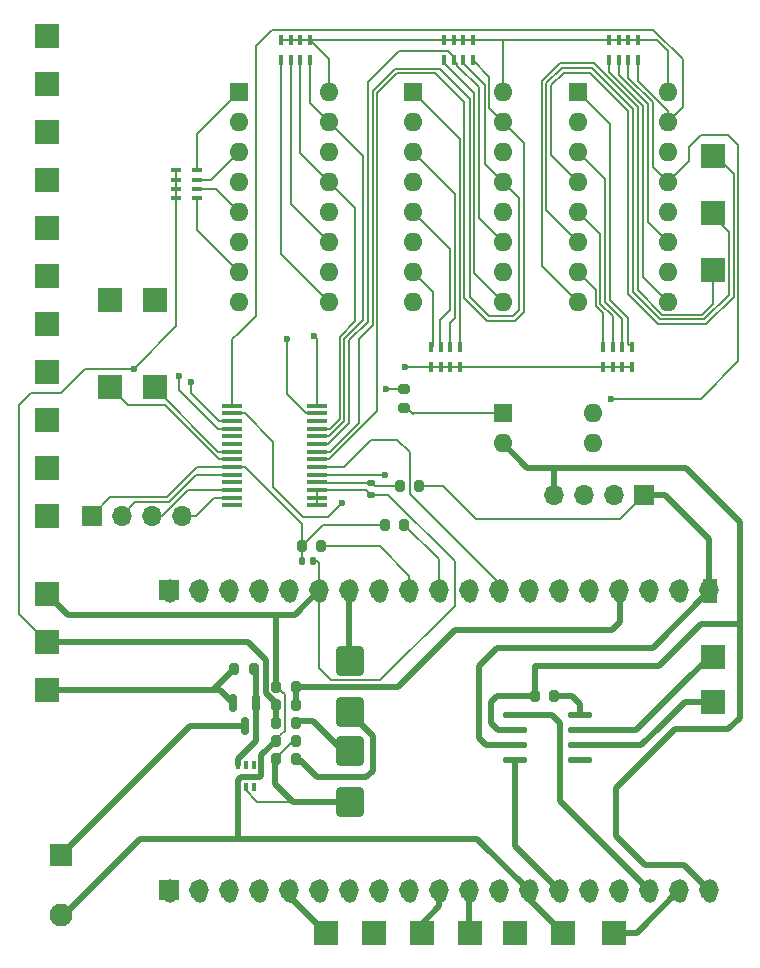
<source format=gtl>
G04 #@! TF.GenerationSoftware,KiCad,Pcbnew,8.0.9-8.0.9-0~ubuntu22.04.1*
G04 #@! TF.CreationDate,2025-03-11T20:39:27+01:00*
G04 #@! TF.ProjectId,BrakeOutBoard,4272616b-654f-4757-9442-6f6172642e6b,rev?*
G04 #@! TF.SameCoordinates,Original*
G04 #@! TF.FileFunction,Copper,L1,Top*
G04 #@! TF.FilePolarity,Positive*
%FSLAX46Y46*%
G04 Gerber Fmt 4.6, Leading zero omitted, Abs format (unit mm)*
G04 Created by KiCad (PCBNEW 8.0.9-8.0.9-0~ubuntu22.04.1) date 2025-03-11 20:39:27*
%MOMM*%
%LPD*%
G01*
G04 APERTURE LIST*
G04 Aperture macros list*
%AMRoundRect*
0 Rectangle with rounded corners*
0 $1 Rounding radius*
0 $2 $3 $4 $5 $6 $7 $8 $9 X,Y pos of 4 corners*
0 Add a 4 corners polygon primitive as box body*
4,1,4,$2,$3,$4,$5,$6,$7,$8,$9,$2,$3,0*
0 Add four circle primitives for the rounded corners*
1,1,$1+$1,$2,$3*
1,1,$1+$1,$4,$5*
1,1,$1+$1,$6,$7*
1,1,$1+$1,$8,$9*
0 Add four rect primitives between the rounded corners*
20,1,$1+$1,$2,$3,$4,$5,0*
20,1,$1+$1,$4,$5,$6,$7,0*
20,1,$1+$1,$6,$7,$8,$9,0*
20,1,$1+$1,$8,$9,$2,$3,0*%
G04 Aperture macros list end*
G04 #@! TA.AperFunction,ComponentPad*
%ADD10R,1.200000X2.000000*%
G04 #@! TD*
G04 #@! TA.AperFunction,ComponentPad*
%ADD11O,1.200000X2.000000*%
G04 #@! TD*
G04 #@! TA.AperFunction,ComponentPad*
%ADD12R,1.600000X1.600000*%
G04 #@! TD*
G04 #@! TA.AperFunction,ComponentPad*
%ADD13O,1.600000X1.600000*%
G04 #@! TD*
G04 #@! TA.AperFunction,SMDPad,CuDef*
%ADD14RoundRect,0.200000X0.200000X0.275000X-0.200000X0.275000X-0.200000X-0.275000X0.200000X-0.275000X0*%
G04 #@! TD*
G04 #@! TA.AperFunction,SMDPad,CuDef*
%ADD15RoundRect,0.150000X-0.150000X0.590000X-0.150000X-0.590000X0.150000X-0.590000X0.150000X0.590000X0*%
G04 #@! TD*
G04 #@! TA.AperFunction,ComponentPad*
%ADD16RoundRect,0.250001X0.799999X-0.799999X0.799999X0.799999X-0.799999X0.799999X-0.799999X-0.799999X0*%
G04 #@! TD*
G04 #@! TA.AperFunction,ComponentPad*
%ADD17RoundRect,0.250001X0.799999X0.799999X-0.799999X0.799999X-0.799999X-0.799999X0.799999X-0.799999X0*%
G04 #@! TD*
G04 #@! TA.AperFunction,ComponentPad*
%ADD18R,1.950000X1.950000*%
G04 #@! TD*
G04 #@! TA.AperFunction,ComponentPad*
%ADD19C,1.950000*%
G04 #@! TD*
G04 #@! TA.AperFunction,SMDPad,CuDef*
%ADD20O,0.400000X0.900000*%
G04 #@! TD*
G04 #@! TA.AperFunction,ComponentPad*
%ADD21RoundRect,0.250001X-0.799999X-0.799999X0.799999X-0.799999X0.799999X0.799999X-0.799999X0.799999X0*%
G04 #@! TD*
G04 #@! TA.AperFunction,SMDPad,CuDef*
%ADD22RoundRect,0.100000X0.100000X-0.225000X0.100000X0.225000X-0.100000X0.225000X-0.100000X-0.225000X0*%
G04 #@! TD*
G04 #@! TA.AperFunction,SMDPad,CuDef*
%ADD23RoundRect,0.200000X-0.200000X-0.275000X0.200000X-0.275000X0.200000X0.275000X-0.200000X0.275000X0*%
G04 #@! TD*
G04 #@! TA.AperFunction,ComponentPad*
%ADD24RoundRect,0.250001X-0.799999X0.799999X-0.799999X-0.799999X0.799999X-0.799999X0.799999X0.799999X0*%
G04 #@! TD*
G04 #@! TA.AperFunction,SMDPad,CuDef*
%ADD25O,0.900000X0.400000*%
G04 #@! TD*
G04 #@! TA.AperFunction,SMDPad,CuDef*
%ADD26O,2.050000X0.590000*%
G04 #@! TD*
G04 #@! TA.AperFunction,ComponentPad*
%ADD27R,1.700000X1.700000*%
G04 #@! TD*
G04 #@! TA.AperFunction,ComponentPad*
%ADD28O,1.700000X1.700000*%
G04 #@! TD*
G04 #@! TA.AperFunction,SMDPad,CuDef*
%ADD29RoundRect,0.140000X-0.140000X-0.170000X0.140000X-0.170000X0.140000X0.170000X-0.140000X0.170000X0*%
G04 #@! TD*
G04 #@! TA.AperFunction,SMDPad,CuDef*
%ADD30RoundRect,0.250000X0.900000X-1.000000X0.900000X1.000000X-0.900000X1.000000X-0.900000X-1.000000X0*%
G04 #@! TD*
G04 #@! TA.AperFunction,SMDPad,CuDef*
%ADD31RoundRect,0.200000X-0.275000X0.200000X-0.275000X-0.200000X0.275000X-0.200000X0.275000X0.200000X0*%
G04 #@! TD*
G04 #@! TA.AperFunction,SMDPad,CuDef*
%ADD32RoundRect,0.140000X0.170000X-0.140000X0.170000X0.140000X-0.170000X0.140000X-0.170000X-0.140000X0*%
G04 #@! TD*
G04 #@! TA.AperFunction,SMDPad,CuDef*
%ADD33R,1.750000X0.450000*%
G04 #@! TD*
G04 #@! TA.AperFunction,ViaPad*
%ADD34C,0.600000*%
G04 #@! TD*
G04 #@! TA.AperFunction,Conductor*
%ADD35C,0.500000*%
G04 #@! TD*
G04 #@! TA.AperFunction,Conductor*
%ADD36C,0.200000*%
G04 #@! TD*
G04 APERTURE END LIST*
D10*
X183451600Y-123853200D03*
D11*
X180911600Y-123853200D03*
X178371600Y-123853200D03*
X175831600Y-123853200D03*
X173291600Y-123853200D03*
X170751600Y-123853200D03*
X168211600Y-123853200D03*
X165671600Y-123853200D03*
X163131600Y-123853200D03*
X160591600Y-123853200D03*
X158051600Y-123853200D03*
X155511600Y-123853200D03*
X152971600Y-123853200D03*
X150431600Y-123853200D03*
X147891600Y-123853200D03*
X145351600Y-123853200D03*
X142811600Y-123853200D03*
X140271600Y-123853200D03*
X137731600Y-123853200D03*
X137734320Y-149249520D03*
X140274320Y-149249520D03*
X142811600Y-149253200D03*
X145351600Y-149253200D03*
X147891600Y-149253200D03*
X150431600Y-149253200D03*
X152971600Y-149253200D03*
X155511600Y-149253200D03*
X158051600Y-149253200D03*
X160591600Y-149253200D03*
X163131600Y-149253200D03*
X165671600Y-149253200D03*
X168211600Y-149253200D03*
X170751600Y-149253200D03*
X173291600Y-149253200D03*
X175831600Y-149253200D03*
X178371600Y-149253200D03*
X180911600Y-149253200D03*
X183451600Y-149253200D03*
D12*
X158305600Y-81603200D03*
D13*
X158305600Y-84143200D03*
X158305600Y-86683200D03*
X158305600Y-89223200D03*
X158305600Y-91763200D03*
X158305600Y-94303200D03*
X158305600Y-96843200D03*
X158305600Y-99383200D03*
X165925600Y-99383200D03*
X165925600Y-96843200D03*
X165925600Y-94303200D03*
X165925600Y-91763200D03*
X165925600Y-89223200D03*
X165925600Y-86683200D03*
X165925600Y-84143200D03*
X165925600Y-81603200D03*
D14*
X150547600Y-120043200D03*
X148907600Y-120043200D03*
D15*
X145031600Y-133403200D03*
X143131600Y-133403200D03*
X144081600Y-135283200D03*
D16*
X127317600Y-109375200D03*
D17*
X171005600Y-152809200D03*
D18*
X128562600Y-146209700D03*
D19*
X128562600Y-151289700D03*
D14*
X157601600Y-118265200D03*
X155961600Y-118265200D03*
D20*
X149599600Y-77253200D03*
X148799600Y-77253200D03*
X147999600Y-77253200D03*
X147199600Y-77253200D03*
X147199600Y-78953200D03*
X147999600Y-78953200D03*
X148799600Y-78953200D03*
X149599600Y-78953200D03*
X159899600Y-104953200D03*
X160699600Y-104953200D03*
X161499600Y-104953200D03*
X162299600Y-104953200D03*
X162299600Y-103253200D03*
X161499600Y-103253200D03*
X160699600Y-103253200D03*
X159899600Y-103253200D03*
D16*
X127317600Y-101247200D03*
D14*
X144843600Y-130457200D03*
X143203600Y-130457200D03*
D21*
X150939600Y-152809200D03*
X159067600Y-152809200D03*
D22*
X143543600Y-140485200D03*
X144193600Y-140485200D03*
X144843600Y-140485200D03*
X144843600Y-138585200D03*
X144193600Y-138585200D03*
X143543600Y-138585200D03*
D23*
X146759600Y-136553200D03*
X148399600Y-136553200D03*
D24*
X183705600Y-91849200D03*
D21*
X132651600Y-99215200D03*
D25*
X138317600Y-88255200D03*
X138317600Y-89055200D03*
X138317600Y-89855200D03*
X138317600Y-90655200D03*
X140017600Y-90655200D03*
X140017600Y-89855200D03*
X140017600Y-89055200D03*
X140017600Y-88255200D03*
D20*
X177355600Y-77253200D03*
X176555600Y-77253200D03*
X175755600Y-77253200D03*
X174955600Y-77253200D03*
X174955600Y-78953200D03*
X175755600Y-78953200D03*
X176555600Y-78953200D03*
X177355600Y-78953200D03*
D26*
X166965600Y-134389200D03*
X166965600Y-135659200D03*
X166965600Y-136939200D03*
X166965600Y-138209200D03*
X172505600Y-138209200D03*
X172505600Y-136939200D03*
X172505600Y-135659200D03*
X172505600Y-134389200D03*
D21*
X136461600Y-99215200D03*
X155003600Y-152809200D03*
D16*
X127317600Y-105311200D03*
D27*
X137691800Y-123827800D03*
D28*
X140231800Y-123827800D03*
X142771800Y-123827800D03*
X145311800Y-123827800D03*
X147851800Y-123827800D03*
X150391800Y-123827800D03*
X152931800Y-123827800D03*
X155471800Y-123827800D03*
X158011800Y-123827800D03*
X160551800Y-123827800D03*
X163091800Y-123827800D03*
X165631800Y-123827800D03*
X168171800Y-123827800D03*
X170711800Y-123827800D03*
X173251800Y-123827800D03*
X175791800Y-123827800D03*
X178331800Y-123827800D03*
X180871800Y-123827800D03*
X183411800Y-123827800D03*
D16*
X127317600Y-132235200D03*
X127317600Y-124107200D03*
X127317600Y-84991200D03*
D29*
X148907600Y-121313200D03*
X149907600Y-121313200D03*
D27*
X177863600Y-115725200D03*
D28*
X175323600Y-115725200D03*
X172783600Y-115725200D03*
X170243600Y-115725200D03*
D30*
X152971600Y-141751200D03*
X152971600Y-137451200D03*
D24*
X183705600Y-87023200D03*
D14*
X170301600Y-132743200D03*
X168661600Y-132743200D03*
D23*
X146759600Y-133505200D03*
X148399600Y-133505200D03*
D12*
X172273100Y-81603200D03*
D13*
X172273100Y-84143200D03*
X172273100Y-86683200D03*
X172273100Y-89223200D03*
X172273100Y-91763200D03*
X172273100Y-94303200D03*
X172273100Y-96843200D03*
X172273100Y-99383200D03*
X179893100Y-99383200D03*
X179893100Y-96843200D03*
X179893100Y-94303200D03*
X179893100Y-91763200D03*
X179893100Y-89223200D03*
X179893100Y-86683200D03*
X179893100Y-84143200D03*
X179893100Y-81603200D03*
D24*
X183705600Y-133251200D03*
D12*
X143573600Y-81603200D03*
D13*
X143573600Y-84143200D03*
X143573600Y-86683200D03*
X143573600Y-89223200D03*
X143573600Y-91763200D03*
X143573600Y-94303200D03*
X143573600Y-96843200D03*
X143573600Y-99383200D03*
X151193600Y-99383200D03*
X151193600Y-96843200D03*
X151193600Y-94303200D03*
X151193600Y-91763200D03*
X151193600Y-89223200D03*
X151193600Y-86683200D03*
X151193600Y-84143200D03*
X151193600Y-81603200D03*
D21*
X132651600Y-106581200D03*
D16*
X127317600Y-89055200D03*
D21*
X163131600Y-152809200D03*
D27*
X131127600Y-117503200D03*
D28*
X133667600Y-117503200D03*
X136207600Y-117503200D03*
X138747600Y-117503200D03*
D23*
X146759600Y-138077200D03*
X148399600Y-138077200D03*
D16*
X127317600Y-128171200D03*
D24*
X183705600Y-129441200D03*
D23*
X146759600Y-135029200D03*
X148399600Y-135029200D03*
D31*
X157543600Y-106777200D03*
X157543600Y-108417200D03*
D16*
X127317600Y-80927200D03*
D12*
X165935600Y-108862200D03*
D13*
X165935600Y-111402200D03*
X173555600Y-111402200D03*
X173555600Y-108862200D03*
D16*
X127317600Y-97183200D03*
X127317600Y-117503200D03*
D32*
X154749600Y-115725200D03*
X154749600Y-114725200D03*
D30*
X152971600Y-134131200D03*
X152971600Y-129831200D03*
D27*
X137691800Y-149227800D03*
D28*
X140231800Y-149227800D03*
X142771800Y-149227800D03*
X145311800Y-149227800D03*
X147851800Y-149227800D03*
X150391800Y-149227800D03*
X152931800Y-149227800D03*
X155471800Y-149227800D03*
X158011800Y-149227800D03*
X160551800Y-149227800D03*
X163091800Y-149227800D03*
X165631800Y-149227800D03*
X168171800Y-149227800D03*
X170711800Y-149227800D03*
X173251800Y-149227800D03*
X175791800Y-149227800D03*
X178331800Y-149227800D03*
X180871800Y-149227800D03*
X183411800Y-149227800D03*
D17*
X166941600Y-152809200D03*
D14*
X158871600Y-114963200D03*
X157231600Y-114963200D03*
D16*
X127317600Y-113439200D03*
D33*
X143021600Y-108198200D03*
X143021600Y-108848200D03*
X143021600Y-109498200D03*
X143021600Y-110148200D03*
X143021600Y-110798200D03*
X143021600Y-111448200D03*
X143021600Y-112098200D03*
X143021600Y-112748200D03*
X143021600Y-113398200D03*
X143021600Y-114048200D03*
X143021600Y-114698200D03*
X143021600Y-115348200D03*
X143021600Y-115998200D03*
X143021600Y-116648200D03*
X150221600Y-116648200D03*
X150221600Y-115998200D03*
X150221600Y-115348200D03*
X150221600Y-114698200D03*
X150221600Y-114048200D03*
X150221600Y-113398200D03*
X150221600Y-112748200D03*
X150221600Y-112098200D03*
X150221600Y-111448200D03*
X150221600Y-110798200D03*
X150221600Y-110148200D03*
X150221600Y-109498200D03*
X150221600Y-108848200D03*
X150221600Y-108198200D03*
D16*
X127317600Y-93119200D03*
D21*
X175323600Y-152809200D03*
D20*
X163385600Y-77253200D03*
X162585600Y-77253200D03*
X161785600Y-77253200D03*
X160985600Y-77253200D03*
X160985600Y-78953200D03*
X161785600Y-78953200D03*
X162585600Y-78953200D03*
X163385600Y-78953200D03*
D24*
X183705600Y-96675200D03*
D21*
X136461600Y-106581200D03*
D20*
X174447600Y-104953200D03*
X175247600Y-104953200D03*
X176047600Y-104953200D03*
X176847600Y-104953200D03*
X176847600Y-103253200D03*
X176047600Y-103253200D03*
X175247600Y-103253200D03*
X174447600Y-103253200D03*
D24*
X127317600Y-76863200D03*
D14*
X148399600Y-131981200D03*
X146759600Y-131981200D03*
D34*
X134683600Y-105057200D03*
X157647600Y-104953200D03*
X156011600Y-114103200D03*
X152337335Y-116428935D03*
X175069600Y-107597200D03*
X138511600Y-105657200D03*
X139511600Y-106203200D03*
X156019600Y-106777200D03*
X147637600Y-102517200D03*
X149923600Y-102263200D03*
D35*
X154938000Y-136172000D02*
X152972000Y-134206000D01*
X148852000Y-138289000D02*
X149310000Y-138746000D01*
X154380000Y-139661000D02*
X154938000Y-139102000D01*
X148395000Y-137832000D02*
X148852000Y-138289000D01*
D36*
X148852000Y-138289000D02*
X148611000Y-138289000D01*
D35*
X150224000Y-139661000D02*
X154380000Y-139661000D01*
D36*
X149069000Y-138746000D02*
X148734000Y-138412000D01*
D35*
X154938000Y-139102000D02*
X154938000Y-136172000D01*
X149310000Y-138746000D02*
X150224000Y-139661000D01*
D36*
X149310000Y-138746000D02*
X149069000Y-138746000D01*
D35*
X152331000Y-137359000D02*
X149909000Y-134937000D01*
X149909000Y-134937000D02*
X148492000Y-134937000D01*
D36*
X154749600Y-115725200D02*
X156249248Y-115725200D01*
D35*
X180511600Y-135603200D02*
X185011600Y-135603200D01*
D36*
X133667600Y-117503200D02*
X134817600Y-116353200D01*
D35*
X167972600Y-113439200D02*
X170243600Y-113439200D01*
X164910000Y-135029000D02*
X165540000Y-135659000D01*
D36*
X154372600Y-115348200D02*
X154749600Y-115725200D01*
X150391800Y-123827800D02*
X150391800Y-130417400D01*
X150221600Y-115348200D02*
X150221600Y-115998200D01*
D35*
X146760000Y-126000600D02*
X146760000Y-130610000D01*
X181419600Y-113439200D02*
X185992000Y-118011600D01*
X185992000Y-126647200D02*
X185992000Y-127155200D01*
X165418000Y-132743000D02*
X164910000Y-133251000D01*
D36*
X140000914Y-114048200D02*
X143021600Y-114048200D01*
D35*
X175511600Y-140603200D02*
X180511600Y-135603200D01*
D36*
X147253000Y-132414000D02*
X147102000Y-132264000D01*
X146760000Y-136427000D02*
X147115000Y-136072000D01*
D35*
X181287200Y-147103200D02*
X178011600Y-147103200D01*
X185992000Y-134622800D02*
X185992000Y-127155200D01*
X168662000Y-132742800D02*
X168662000Y-130203200D01*
D36*
X147115000Y-136072000D02*
X147478000Y-135710000D01*
X149907600Y-121313200D02*
X150221600Y-121313200D01*
D35*
X163803000Y-144859000D02*
X168171800Y-149227800D01*
X143573600Y-144859000D02*
X163803000Y-144859000D01*
D36*
X150221600Y-115348200D02*
X154372600Y-115348200D01*
D35*
X129096000Y-125885000D02*
X148334600Y-125885000D01*
D36*
X147102000Y-132264000D02*
X147042000Y-132264000D01*
D35*
X145494000Y-137819000D02*
X145494000Y-139459000D01*
D36*
X151405600Y-131431200D02*
X155553600Y-131431200D01*
X150391800Y-130417400D02*
X151405600Y-131431200D01*
X150391800Y-121483400D02*
X150391800Y-123827800D01*
X146760000Y-130610000D02*
X146760000Y-131296000D01*
D35*
X148334600Y-125885000D02*
X150391800Y-123827800D01*
X164910000Y-133251000D02*
X164910000Y-135029000D01*
D36*
X150221600Y-121313200D02*
X150391800Y-121483400D01*
D35*
X128563000Y-151544000D02*
X131829000Y-148278000D01*
D36*
X147115000Y-136072000D02*
X146760000Y-136428000D01*
D35*
X183411800Y-149761200D02*
X183411800Y-149227800D01*
D36*
X147102000Y-132264000D02*
X146727000Y-131889000D01*
D35*
X143544000Y-144829400D02*
X143573600Y-144859000D01*
X175511600Y-144603200D02*
X175511600Y-140603200D01*
X168171800Y-149227800D02*
X168171800Y-149974800D01*
X185991800Y-126647000D02*
X185992000Y-126647200D01*
D36*
X161861600Y-121337552D02*
X161861600Y-122329200D01*
X150221600Y-115998200D02*
X150221600Y-116648200D01*
D35*
X165418000Y-132743000D02*
X168661800Y-132743000D01*
X170243600Y-113439200D02*
X181419600Y-113439200D01*
X168171800Y-149974800D02*
X171005900Y-152808900D01*
X165540000Y-135659000D02*
X166965000Y-135659000D01*
D36*
X150391800Y-123827800D02*
X149914200Y-123827800D01*
D35*
X183411800Y-149227800D02*
X181287200Y-147103200D01*
D36*
X134817600Y-116353200D02*
X137695914Y-116353200D01*
D35*
X146759800Y-136553200D02*
X145494000Y-137819000D01*
X185992000Y-127155200D02*
X185992000Y-127917000D01*
X127318000Y-124107000D02*
X129096000Y-125885000D01*
X145494000Y-139459000D02*
X145352000Y-139601000D01*
X146760000Y-130610000D02*
X146760000Y-131296000D01*
X168661000Y-132743000D02*
X165418000Y-132743000D01*
X145352000Y-139601000D02*
X143822000Y-139601000D01*
D36*
X137695914Y-116353200D02*
X140000914Y-114048200D01*
X131574000Y-148278000D02*
X131829000Y-148278000D01*
D35*
X185992000Y-127917000D02*
X185992000Y-118011600D01*
X185011600Y-135603200D02*
X185992000Y-134622800D01*
D36*
X147478000Y-135710000D02*
X147478000Y-132639000D01*
D35*
X146875600Y-125885000D02*
X146760000Y-126000600D01*
X183412000Y-149228000D02*
X183412000Y-149202800D01*
D36*
X128563000Y-151290000D02*
X131574000Y-148278000D01*
D35*
X143544000Y-139880000D02*
X143544000Y-144829400D01*
X131829000Y-148278000D02*
X135247000Y-144859000D01*
X178011600Y-147103200D02*
X175511600Y-144603200D01*
D36*
X155553600Y-131431200D02*
X161861600Y-125123200D01*
D35*
X146760000Y-131296000D02*
X146760000Y-131981000D01*
X165935600Y-111402200D02*
X167972600Y-113439200D01*
D36*
X161861600Y-125123200D02*
X161861600Y-122329200D01*
D35*
X168172000Y-149228000D02*
X168171800Y-149227800D01*
X170243600Y-115725200D02*
X170243600Y-113439200D01*
X168662000Y-130203200D02*
X179133800Y-130203200D01*
X143822000Y-139601000D02*
X143544000Y-139880000D01*
D36*
X156249248Y-115725200D02*
X161861600Y-121337552D01*
D35*
X182690000Y-126647000D02*
X185991800Y-126647000D01*
X179133800Y-130203200D02*
X182690000Y-126647000D01*
X135247000Y-144859000D02*
X143573600Y-144859000D01*
D36*
X147478000Y-132639000D02*
X147253000Y-132414000D01*
X148045000Y-136782000D02*
X148132000Y-136695000D01*
D35*
X148182200Y-141751200D02*
X152971600Y-141751200D01*
D36*
X144194000Y-140741000D02*
X144194000Y-140742000D01*
X148045000Y-136782000D02*
X148171000Y-136782000D01*
D35*
X146702000Y-139052000D02*
X146702000Y-138442000D01*
D36*
X146702000Y-139052000D02*
X146760000Y-138994000D01*
D35*
X146702000Y-140271000D02*
X146702000Y-139052000D01*
D36*
X146760000Y-138994000D02*
X146760000Y-138447000D01*
X145072901Y-141657899D02*
X145074000Y-141659000D01*
X145072901Y-141657899D02*
X145166202Y-141751200D01*
D35*
X146702000Y-138442000D02*
X146702000Y-137832000D01*
D36*
X145166202Y-141751200D02*
X148182200Y-141751200D01*
X144194000Y-140741000D02*
X144194000Y-140705000D01*
X144194000Y-140778000D02*
X145072901Y-141657899D01*
D35*
X146702000Y-140271000D02*
X148182200Y-141751200D01*
D36*
X144194000Y-140742000D02*
X144194000Y-140778000D01*
X148045000Y-136782000D02*
X146760000Y-138067000D01*
D35*
X170752000Y-135029000D02*
X170752000Y-141648000D01*
X170112000Y-134389000D02*
X170752000Y-135029000D01*
X170752000Y-141648000D02*
X178331800Y-149227800D01*
X178331800Y-149227800D02*
X178331800Y-149761200D01*
X166966000Y-134389000D02*
X170112000Y-134389000D01*
X166966000Y-139783000D02*
X166966000Y-145482000D01*
X166966000Y-138209000D02*
X166966000Y-139783000D01*
X166966000Y-145482000D02*
X170711800Y-149227800D01*
D36*
X145032000Y-132585000D02*
X145032000Y-132994000D01*
D35*
X145068000Y-130681600D02*
X144843600Y-130457200D01*
X143544000Y-138358000D02*
X143544000Y-138128781D01*
X143544000Y-138528000D02*
X143544000Y-138472000D01*
X144871200Y-130457200D02*
X144962000Y-130548000D01*
X145068000Y-132548000D02*
X145068000Y-130681600D01*
X143544000Y-138557000D02*
X143544000Y-138529000D01*
X145068000Y-136604781D02*
X145068000Y-132548000D01*
D36*
X145068000Y-132548000D02*
X145032000Y-132585000D01*
D35*
X144843600Y-130457200D02*
X144871200Y-130457200D01*
X143544000Y-138128781D02*
X145068000Y-136604781D01*
X143544000Y-138529000D02*
X143544000Y-138528000D01*
D36*
X143544000Y-138358000D02*
X143544000Y-138472000D01*
D35*
X143544000Y-138585000D02*
X143544000Y-138557000D01*
X143544000Y-138472000D02*
X143544000Y-138358000D01*
D36*
X160011600Y-98549200D02*
X158305600Y-96843200D01*
X160011600Y-103141200D02*
X160011600Y-98549200D01*
X159899600Y-103253200D02*
X160011600Y-103141200D01*
X162299600Y-85597200D02*
X162299600Y-103253200D01*
X158305600Y-81603200D02*
X162299600Y-85597200D01*
X161499600Y-101196886D02*
X161899600Y-100796886D01*
X161499600Y-103253200D02*
X161499600Y-101196886D01*
X161899600Y-100796886D02*
X161899600Y-90277200D01*
X161899600Y-90277200D02*
X158305600Y-86683200D01*
X160658600Y-103212200D02*
X160658600Y-100921572D01*
X160658600Y-100921572D02*
X161499600Y-100080572D01*
X161499600Y-100080572D02*
X161499600Y-94957200D01*
X161499600Y-94957200D02*
X158305600Y-91763200D01*
X174599600Y-89009700D02*
X172273100Y-86683200D01*
X174599600Y-99391828D02*
X174599600Y-89009700D01*
X176047600Y-100839828D02*
X174599600Y-99391828D01*
X176047600Y-103253200D02*
X176047600Y-100839828D01*
X174999600Y-84329700D02*
X172273100Y-81603200D01*
X176847600Y-103253200D02*
X176547600Y-102953200D01*
X176547600Y-100774142D02*
X174999600Y-99226142D01*
X176547600Y-102953200D02*
X176547600Y-100774142D01*
X174999600Y-99226142D02*
X174999600Y-84329700D01*
X173799600Y-98369700D02*
X172273100Y-96843200D01*
X174447600Y-100371200D02*
X173799600Y-99723200D01*
X174447600Y-103253200D02*
X174447600Y-100371200D01*
X173799600Y-99723200D02*
X173799600Y-98369700D01*
X175247600Y-103253200D02*
X175247600Y-100605514D01*
X175247600Y-100605514D02*
X174199600Y-99557514D01*
X174199600Y-99557514D02*
X174199600Y-93689700D01*
X174199600Y-93689700D02*
X172273100Y-91763200D01*
X158305600Y-108867200D02*
X157855600Y-108417200D01*
X158310600Y-108862200D02*
X158305600Y-108867200D01*
X165935600Y-108862200D02*
X158310600Y-108862200D01*
X172506000Y-134162000D02*
X172506000Y-134276000D01*
D35*
X172506000Y-133481000D02*
X171768000Y-132743000D01*
X171768000Y-132743000D02*
X170302000Y-132743000D01*
X172506000Y-134276000D02*
X172506000Y-134162000D01*
X172506000Y-134389000D02*
X172506000Y-134332500D01*
X172506000Y-134332500D02*
X172506000Y-134276000D01*
X172506000Y-134162000D02*
X172506000Y-133935000D01*
D36*
X172506000Y-133935000D02*
X172506000Y-134162000D01*
D35*
X172506000Y-133935000D02*
X172506000Y-133481000D01*
X139489100Y-135283200D02*
X128562600Y-146209700D01*
X144081600Y-135283200D02*
X139489100Y-135283200D01*
D36*
X126011600Y-107103200D02*
X125011600Y-108103200D01*
X159899600Y-104953200D02*
X176847600Y-104953200D01*
X125011600Y-125864600D02*
X127317900Y-128170900D01*
X134683600Y-105057200D02*
X138317600Y-101423200D01*
X157647600Y-104953200D02*
X159899600Y-104953200D01*
X128511600Y-107103200D02*
X126011600Y-107103200D01*
X134683600Y-105057200D02*
X130557600Y-105057200D01*
D35*
X145877000Y-132537000D02*
X145877000Y-129701000D01*
D36*
X138317600Y-90655200D02*
X138317600Y-89855200D01*
X125011600Y-108103200D02*
X125011600Y-125864600D01*
X138317600Y-89055200D02*
X138317600Y-88255200D01*
D35*
X146727000Y-133505000D02*
X146727000Y-134136000D01*
D36*
X130557600Y-105057200D02*
X128511600Y-107103200D01*
D35*
X145877000Y-129701000D02*
X144347000Y-128171000D01*
D36*
X138317600Y-101423200D02*
X138317600Y-90655200D01*
D35*
X144347000Y-128171000D02*
X127318000Y-128171000D01*
X145877000Y-132537000D02*
X146727000Y-133387000D01*
D36*
X146727000Y-134136000D02*
X146760000Y-134104000D01*
X146760000Y-134104000D02*
X146760000Y-133804000D01*
X138317600Y-89855200D02*
X138317600Y-89055200D01*
D35*
X146727000Y-134136000D02*
X146727000Y-134886000D01*
X143131600Y-133403200D02*
X141963600Y-132235200D01*
X141425600Y-132235200D02*
X141287600Y-132235200D01*
X143203600Y-130457200D02*
X141425600Y-132235200D01*
X141963600Y-132235200D02*
X141033600Y-132235200D01*
X127317600Y-132235200D02*
X141033600Y-132235200D01*
X141033600Y-132235200D02*
X141287600Y-132235200D01*
X175843000Y-126520000D02*
X175832000Y-126510000D01*
X175208000Y-127155000D02*
X175843000Y-126520000D01*
X148399600Y-133505200D02*
X148399600Y-131981200D01*
X148399600Y-131981200D02*
X157035800Y-131981200D01*
X157035800Y-131981200D02*
X161862000Y-127155000D01*
X175832000Y-126510000D02*
X175832000Y-123828000D01*
X161862000Y-127155000D02*
X175208000Y-127155000D01*
X152931800Y-123827800D02*
X152931800Y-129791400D01*
D36*
X152505466Y-114103200D02*
X152450466Y-114048200D01*
X152450466Y-114048200D02*
X150221600Y-114048200D01*
X156011600Y-114103200D02*
X152505466Y-114103200D01*
X147199600Y-79237200D02*
X147199600Y-95389200D01*
X147199600Y-95389200D02*
X151193600Y-99383200D01*
X139266600Y-115348200D02*
X137111600Y-117503200D01*
X155511600Y-120103200D02*
X158011800Y-122603400D01*
X143021600Y-115348200D02*
X139266600Y-115348200D01*
X150607600Y-120103200D02*
X155511600Y-120103200D01*
X158011800Y-122603400D02*
X158011800Y-123827800D01*
X137111600Y-117503200D02*
X136207600Y-117503200D01*
X150547600Y-120043200D02*
X150607600Y-120103200D01*
X150221600Y-113398200D02*
X152534780Y-113398200D01*
X158051600Y-112143200D02*
X158051600Y-115643200D01*
X158051600Y-115643200D02*
X165631800Y-123223400D01*
X165631800Y-123223400D02*
X165631800Y-123827800D01*
X154829780Y-111103200D02*
X157011600Y-111103200D01*
X157011600Y-111103200D02*
X158051600Y-112143200D01*
X152534780Y-113398200D02*
X154829780Y-111103200D01*
X147999600Y-91109200D02*
X150910757Y-94020357D01*
X147999600Y-78953200D02*
X147999600Y-91109200D01*
X179015600Y-77253200D02*
X179895600Y-78133200D01*
D35*
X166965000Y-136939000D02*
X164534000Y-136939000D01*
X165418000Y-128679000D02*
X178626000Y-128679000D01*
D36*
X177355600Y-77253200D02*
X179015600Y-77253200D01*
X151193600Y-78847200D02*
X151193600Y-81603200D01*
X148907600Y-118209200D02*
X148907600Y-120043200D01*
X163385600Y-77253200D02*
X165925600Y-77253200D01*
X158871600Y-114963200D02*
X160903600Y-114963200D01*
X148907600Y-120043200D02*
X150685600Y-118265200D01*
D35*
X163894000Y-130203000D02*
X165418000Y-128679000D01*
D36*
X140085228Y-113398200D02*
X137530228Y-115953200D01*
X137530228Y-115953200D02*
X132677600Y-115953200D01*
X148907600Y-120043200D02*
X148907600Y-121313200D01*
D35*
X178626000Y-128679000D02*
X183412000Y-123893000D01*
D36*
X132677600Y-115953200D02*
X131127600Y-117503200D01*
X179895600Y-78133200D02*
X179893100Y-78135700D01*
D35*
X183411800Y-119495400D02*
X183411800Y-123827800D01*
X164534000Y-136939000D02*
X163894000Y-136299000D01*
D36*
X162525600Y-116585200D02*
X163697600Y-117757200D01*
X147199600Y-77253200D02*
X149599600Y-77253200D01*
X163697600Y-117757200D02*
X175831600Y-117757200D01*
X160903600Y-114963200D02*
X162525600Y-116585200D01*
X143021600Y-113398200D02*
X140085228Y-113398200D01*
X179893100Y-78135700D02*
X179893100Y-81603200D01*
D35*
X177863600Y-115725200D02*
X179641600Y-115725200D01*
D36*
X149599600Y-77253200D02*
X151193600Y-78847200D01*
X165925600Y-81603200D02*
X165925600Y-77253200D01*
X175831600Y-117757200D02*
X177863600Y-115725200D01*
X150685600Y-118265200D02*
X155961600Y-118265200D01*
D35*
X179641600Y-115725200D02*
X183411800Y-119495400D01*
D36*
X149599600Y-77253200D02*
X163385600Y-77253200D01*
X143021600Y-113398200D02*
X144096600Y-113398200D01*
X165925600Y-77253200D02*
X177355600Y-77253200D01*
X144096600Y-113398200D02*
X148907600Y-118209200D01*
D35*
X163894000Y-136299000D02*
X163894000Y-130203000D01*
D36*
X160551800Y-121215400D02*
X160551800Y-123827800D01*
X138747600Y-117503200D02*
X140011600Y-117503200D01*
X140011600Y-117503200D02*
X141516600Y-115998200D01*
X157601600Y-118265200D02*
X160551800Y-121215400D01*
X141516600Y-115998200D02*
X143021600Y-115998200D01*
X177367228Y-98412963D02*
X177367228Y-82947572D01*
X179437465Y-100483200D02*
X177367228Y-98412963D01*
X183706000Y-99607828D02*
X182830628Y-100483200D01*
X169228000Y-96338100D02*
X172273100Y-99383200D01*
X177367228Y-82947572D02*
X173638856Y-79219200D01*
X173638856Y-79219200D02*
X170762542Y-79219200D01*
X170762542Y-79219200D02*
X169228000Y-80753742D01*
X169228000Y-80753742D02*
X169228000Y-96338100D01*
X183706000Y-97437200D02*
X183706000Y-99607828D01*
X182830628Y-100483200D02*
X179437465Y-100483200D01*
X182996314Y-100883200D02*
X179271779Y-100883200D01*
X169628000Y-80919428D02*
X169628000Y-91658100D01*
X185084000Y-98795514D02*
X182996314Y-100883200D01*
X183960000Y-92357200D02*
X185084000Y-93481200D01*
X169628000Y-91658100D02*
X172273100Y-94303200D01*
X179271779Y-100883200D02*
X176967228Y-98578649D01*
X170928228Y-79619200D02*
X169628000Y-80919428D01*
X176967228Y-98578649D02*
X176967228Y-83113258D01*
X185084000Y-93481200D02*
X185084000Y-98795514D01*
X176967228Y-83113258D02*
X173473170Y-79619200D01*
X173473170Y-79619200D02*
X170928228Y-79619200D01*
X170028000Y-86978100D02*
X172273100Y-89223200D01*
X176567228Y-83278944D02*
X173307484Y-80019200D01*
X185484000Y-88547200D02*
X185484000Y-98961200D01*
X179106093Y-101283200D02*
X176567228Y-98744335D01*
X183162000Y-101283200D02*
X179106093Y-101283200D01*
X171093914Y-80019200D02*
X170028000Y-81085114D01*
X173307484Y-80019200D02*
X171093914Y-80019200D01*
X185484000Y-98961200D02*
X183162000Y-101283200D01*
X183960000Y-87023200D02*
X185484000Y-88547200D01*
X176567228Y-98744335D02*
X176567228Y-83278944D01*
X170028000Y-81085114D02*
X170028000Y-86978100D01*
X163531600Y-96989200D02*
X165925600Y-99383200D01*
X163531600Y-81749200D02*
X163531600Y-96989200D01*
X160985600Y-79203200D02*
X163531600Y-81749200D01*
X160985600Y-78953200D02*
X160985600Y-79203200D01*
X181360000Y-131533000D02*
X181614000Y-131533000D01*
D35*
X172506000Y-135659000D02*
X177234000Y-135659000D01*
X177234000Y-135659000D02*
X181360000Y-131533000D01*
D36*
X181614000Y-131533000D02*
X183705600Y-129441400D01*
D35*
X181360000Y-131533000D02*
X183706000Y-129187000D01*
X181363600Y-133251200D02*
X179331800Y-135283000D01*
X172506000Y-136939000D02*
X177675800Y-136939000D01*
X183705600Y-133251200D02*
X181363600Y-133251200D01*
X177675800Y-136939000D02*
X179331800Y-135283000D01*
D36*
X185884000Y-86153600D02*
X184975600Y-85245200D01*
X178625600Y-82508886D02*
X178625600Y-87955700D01*
X185884000Y-104402800D02*
X185884000Y-86153600D01*
X176555600Y-80438886D02*
X178625600Y-82508886D01*
X143021600Y-108848200D02*
X144096600Y-108848200D01*
X182689600Y-85245200D02*
X181673600Y-86261200D01*
X146511600Y-112677200D02*
X146511600Y-112169200D01*
X184975600Y-85245200D02*
X182689600Y-85245200D01*
X182689600Y-107597200D02*
X185884000Y-104402800D01*
X151163070Y-117603200D02*
X149011600Y-117603200D01*
X144096600Y-108848200D02*
X146511600Y-111263200D01*
X149011600Y-117603200D02*
X146511600Y-115103200D01*
X175069600Y-107597200D02*
X182689600Y-107597200D01*
X181673600Y-87442700D02*
X179893100Y-89223200D01*
X176555600Y-78953200D02*
X176555600Y-80438886D01*
X178625600Y-87955700D02*
X179893100Y-89223200D01*
X152337335Y-116428935D02*
X151163070Y-117603200D01*
X181673600Y-86261200D02*
X181673600Y-87442700D01*
X146511600Y-115103200D02*
X146511600Y-112677200D01*
X146511600Y-112169200D02*
X146511600Y-112103200D01*
X146511600Y-111263200D02*
X146511600Y-112677200D01*
X143589600Y-102025200D02*
X145011600Y-100603200D01*
X177355600Y-80673200D02*
X179893100Y-83210700D01*
X145011600Y-100603200D02*
X145011600Y-77711200D01*
X143021600Y-108198200D02*
X143021600Y-102593200D01*
X146367600Y-76355200D02*
X178683286Y-76355200D01*
X178683286Y-76355200D02*
X181165600Y-78837514D01*
X181165600Y-78837514D02*
X181165600Y-82870700D01*
X179893100Y-83210700D02*
X179893100Y-84143200D01*
X181165600Y-82870700D02*
X179893100Y-84143200D01*
X177355600Y-78953200D02*
X177355600Y-80673200D01*
X143021600Y-102593200D02*
X143589600Y-102025200D01*
X145011600Y-77711200D02*
X146367600Y-76355200D01*
X153445914Y-101037514D02*
X153445914Y-91475514D01*
X148799600Y-86829200D02*
X148799600Y-79237200D01*
X152133600Y-102349828D02*
X153445914Y-101037514D01*
X151193600Y-89223200D02*
X148799600Y-86829200D01*
X151296600Y-110148200D02*
X152133600Y-109311200D01*
X150221600Y-110148200D02*
X151296600Y-110148200D01*
X153445914Y-91475514D02*
X151193600Y-89223200D01*
X152133600Y-109311200D02*
X152133600Y-102349828D01*
X160591600Y-79657200D02*
X156839286Y-79657200D01*
X156839286Y-79657200D02*
X154933600Y-81562886D01*
X165925600Y-89223200D02*
X167303600Y-90601200D01*
X164401600Y-87699200D02*
X165925600Y-89223200D01*
X154933600Y-81562886D02*
X154933600Y-101374885D01*
X154933600Y-101374885D02*
X153733600Y-102574885D01*
X162585600Y-79203200D02*
X164401600Y-81019200D01*
X163131600Y-82197200D02*
X160591600Y-79657200D01*
X153733600Y-109661200D02*
X151296600Y-112098200D01*
X166809914Y-100593200D02*
X164763600Y-100593200D01*
X167303600Y-100099514D02*
X166809914Y-100593200D01*
X163131600Y-98961200D02*
X163131600Y-82197200D01*
X153733600Y-102574885D02*
X153733600Y-109661200D01*
X164401600Y-81019200D02*
X164401600Y-87699200D01*
X164763600Y-100593200D02*
X163131600Y-98961200D01*
X151296600Y-112098200D02*
X150221600Y-112098200D01*
X167303600Y-90601200D02*
X167303600Y-100099514D01*
X150221600Y-112748200D02*
X151212286Y-112748200D01*
X164801600Y-83019200D02*
X165925600Y-84143200D01*
X167703600Y-100265200D02*
X167703600Y-85921200D01*
X164597914Y-100993200D02*
X166975600Y-100993200D01*
X160229600Y-80057200D02*
X162699600Y-82527200D01*
X162699600Y-82527200D02*
X162699600Y-99094886D01*
X155333600Y-108626886D02*
X155333600Y-81728572D01*
X164801600Y-80369200D02*
X164801600Y-83019200D01*
X162699600Y-99094886D02*
X164597914Y-100993200D01*
X157004972Y-80057200D02*
X160229600Y-80057200D01*
X167703600Y-85921200D02*
X165925600Y-84143200D01*
X166975600Y-100993200D02*
X167703600Y-100265200D01*
X163385600Y-78953200D02*
X164801600Y-80369200D01*
X155333600Y-81728572D02*
X157004972Y-80057200D01*
X151212286Y-112748200D02*
X155333600Y-108626886D01*
X161785600Y-78953200D02*
X162085600Y-79253200D01*
X151166600Y-111448200D02*
X152933600Y-109681200D01*
X154533600Y-80831514D02*
X157161914Y-78203200D01*
X152933600Y-109681200D02*
X152933600Y-102681200D01*
X163931600Y-92309200D02*
X165925600Y-94303200D01*
X161285600Y-78203200D02*
X161785600Y-78703200D01*
X157161914Y-78203200D02*
X161285600Y-78203200D01*
X154533600Y-101081200D02*
X154533600Y-80831514D01*
X162085600Y-79410307D02*
X163931600Y-81256307D01*
X162085600Y-79253200D02*
X162085600Y-79410307D01*
X152933600Y-102681200D02*
X154533600Y-101081200D01*
X150221600Y-111448200D02*
X151166600Y-111448200D01*
X163931600Y-81256307D02*
X163931600Y-92309200D01*
X154133600Y-100915514D02*
X154133600Y-87083200D01*
X149599600Y-82549200D02*
X151193600Y-84143200D01*
X150221600Y-110798200D02*
X151250914Y-110798200D01*
X152533600Y-102515514D02*
X154133600Y-100915514D01*
X154133600Y-87083200D02*
X151193600Y-84143200D01*
X149599600Y-79237200D02*
X149599600Y-82549200D01*
X151250914Y-110798200D02*
X152533600Y-109515514D01*
X152533600Y-109515514D02*
X152533600Y-102515514D01*
X175889915Y-80904572D02*
X177825600Y-82840258D01*
X174955600Y-78953200D02*
X174955600Y-79970258D01*
X174955600Y-79970258D02*
X175872071Y-80886729D01*
X177825600Y-82840258D02*
X177825600Y-97315700D01*
X138511600Y-106835200D02*
X138511600Y-105657200D01*
X143021600Y-110148200D02*
X141824600Y-110148200D01*
X175872071Y-80886729D02*
X175889915Y-80904572D01*
X177825600Y-97315700D02*
X179893100Y-99383200D01*
X141824600Y-110148200D02*
X138511600Y-106835200D01*
X139511600Y-107089200D02*
X139511600Y-106203200D01*
X175755600Y-78953200D02*
X175755600Y-80204572D01*
X178225600Y-82674572D02*
X178225600Y-92635700D01*
X143021600Y-109498200D02*
X141920600Y-109498200D01*
X178225600Y-92635700D02*
X179893100Y-94303200D01*
X175755600Y-80204572D02*
X178225600Y-82674572D01*
X141920600Y-109498200D02*
X139511600Y-107089200D01*
X154889600Y-114725200D02*
X155127600Y-114963200D01*
X150248600Y-114725200D02*
X150221600Y-114698200D01*
X154749600Y-114725200D02*
X154889600Y-114725200D01*
X155127600Y-114963200D02*
X157231600Y-114963200D01*
X154749600Y-114725200D02*
X150248600Y-114725200D01*
X140017600Y-93287200D02*
X143573600Y-96843200D01*
X140017600Y-90655200D02*
X140017600Y-93287200D01*
X140017600Y-85159200D02*
X143573600Y-81603200D01*
X140017600Y-88255200D02*
X140017600Y-85159200D01*
X141201600Y-89055200D02*
X143573600Y-86683200D01*
X140017600Y-89055200D02*
X141201600Y-89055200D01*
X141665600Y-89855200D02*
X143573600Y-91763200D01*
X140017600Y-89855200D02*
X141665600Y-89855200D01*
D35*
X160551800Y-150563000D02*
X160551800Y-149227800D01*
D36*
X160551800Y-149227800D02*
X160551800Y-149751800D01*
D35*
X159067600Y-152809200D02*
X159067600Y-152047200D01*
X159067600Y-152047200D02*
X160551800Y-150563000D01*
D36*
X160551800Y-149751800D02*
X160552000Y-149752000D01*
X156019600Y-106777200D02*
X157543600Y-106777200D01*
D35*
X177290000Y-152809000D02*
X175324000Y-152809000D01*
X180871800Y-149227800D02*
X180871200Y-149227800D01*
D36*
X180871800Y-149761200D02*
X180689200Y-149761200D01*
D35*
X180514000Y-149586000D02*
X180156000Y-149944000D01*
D36*
X180689200Y-149761200D02*
X180514000Y-149586000D01*
D35*
X180871800Y-149761200D02*
X180871800Y-149227800D01*
X180871200Y-149227800D02*
X177290000Y-152809000D01*
X147851800Y-149761200D02*
X147851800Y-149720800D01*
X147851800Y-149227800D02*
X147851800Y-149721400D01*
X147851800Y-149721400D02*
X150939600Y-152809200D01*
X163091800Y-149761200D02*
X163091800Y-149227800D01*
D36*
X163092000Y-150113000D02*
X163092000Y-149670000D01*
D35*
X163092000Y-149670000D02*
X163092000Y-150113000D01*
X163092000Y-149228000D02*
X163092000Y-152769000D01*
X163091800Y-149227800D02*
X163092000Y-149228000D01*
D36*
X141875228Y-112098200D02*
X143021600Y-112098200D01*
X136461600Y-106581200D02*
X136461600Y-106684572D01*
X136461600Y-106684572D02*
X141875228Y-112098200D01*
X134173600Y-108103200D02*
X137314542Y-108103200D01*
X141959542Y-112748200D02*
X143021600Y-112748200D01*
X137314542Y-108103200D02*
X141959542Y-112748200D01*
X132651600Y-106581200D02*
X134173600Y-108103200D01*
X147637600Y-107229200D02*
X147637600Y-102517200D01*
X149256600Y-108848200D02*
X147637600Y-107229200D01*
X150221600Y-108848200D02*
X149256600Y-108848200D01*
X150221600Y-102561200D02*
X149923600Y-102263200D01*
X150221600Y-108198200D02*
X150221600Y-102561200D01*
M02*

</source>
